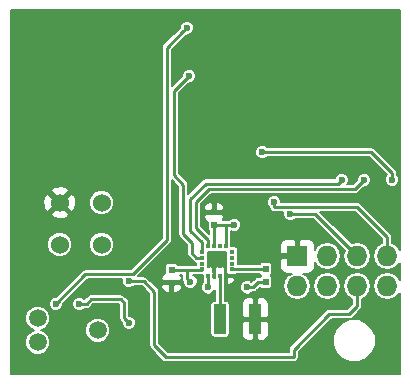
<source format=gbl>
G04 #@! TF.FileFunction,Copper,L2,Bot,Signal*
%FSLAX46Y46*%
G04 Gerber Fmt 4.6, Leading zero omitted, Abs format (unit mm)*
G04 Created by KiCad (PCBNEW 4.0.2-stable) date Wed 04 May 2016 01:37:53 PM EDT*
%MOMM*%
G01*
G04 APERTURE LIST*
%ADD10C,0.100000*%
%ADD11R,0.500000X0.600000*%
%ADD12R,1.000000X2.500000*%
%ADD13C,1.524000*%
%ADD14C,1.500000*%
%ADD15R,0.300000X0.450000*%
%ADD16R,0.450000X0.300000*%
%ADD17R,1.727200X1.727200*%
%ADD18O,1.727200X1.727200*%
%ADD19C,0.600000*%
%ADD20C,0.250000*%
%ADD21C,0.200000*%
G04 APERTURE END LIST*
D10*
D11*
X133300000Y-71350000D03*
X133300000Y-70250000D03*
X129700000Y-75100000D03*
X129700000Y-76200000D03*
D12*
X133800000Y-79300000D03*
X136800000Y-79300000D03*
D11*
X137675000Y-76150000D03*
X137675000Y-75050000D03*
D13*
X123767800Y-69432200D03*
X120232200Y-69432200D03*
X120232200Y-72967800D03*
X123767800Y-72967800D03*
D14*
X118360000Y-81251000D03*
X118360000Y-79219000D03*
X123440000Y-80235000D03*
D15*
X133800000Y-75600000D03*
X133300000Y-75600000D03*
X134300000Y-75600000D03*
X132800000Y-75600000D03*
X134300000Y-73050000D03*
X133800000Y-73050000D03*
X133300000Y-73050000D03*
X132800000Y-73050000D03*
D16*
X132275000Y-74575000D03*
X132275000Y-74075000D03*
X132275000Y-73575000D03*
X132275000Y-75075000D03*
X134825000Y-74075000D03*
X134825000Y-74575000D03*
X134825000Y-73575000D03*
X134825000Y-75075000D03*
D17*
X140345000Y-73950000D03*
D18*
X140345000Y-76490000D03*
X142885000Y-73950000D03*
X142885000Y-76490000D03*
X145425000Y-73950000D03*
X145425000Y-76490000D03*
X147965000Y-73950000D03*
X147965000Y-76490000D03*
D19*
X119630000Y-82270000D03*
X127000000Y-55600000D03*
X128425020Y-62000000D03*
X128425013Y-63602789D03*
X143200000Y-62800000D03*
X124225000Y-64575000D03*
X119575000Y-64675000D03*
X131300000Y-76100000D03*
X135000000Y-71300000D03*
X136100000Y-76600000D03*
X132800000Y-76600000D03*
X126075000Y-76075000D03*
X138400000Y-69375000D03*
X139735560Y-70384284D03*
X126100000Y-79600000D03*
X121900000Y-78000000D03*
X144100000Y-67500000D03*
X146000000Y-67500000D03*
X131000000Y-54600000D03*
X119900000Y-78000000D03*
X131200000Y-58700000D03*
X148375000Y-67475000D03*
X137375000Y-65150000D03*
D20*
X131000000Y-75800000D02*
X131300000Y-76100000D01*
X131000000Y-75100000D02*
X132250000Y-75100000D01*
X129700000Y-75100000D02*
X131000000Y-75100000D01*
X131000000Y-75100000D02*
X131000000Y-75800000D01*
X133850000Y-71300000D02*
X134300000Y-71300000D01*
X134300000Y-71300000D02*
X135000000Y-71300000D01*
X134300000Y-72575000D02*
X134300000Y-71300000D01*
X134300000Y-73050000D02*
X134300000Y-72575000D01*
X133300000Y-71350000D02*
X133800000Y-71350000D01*
X133800000Y-71350000D02*
X133850000Y-71300000D01*
X132250000Y-75100000D02*
X132275000Y-75075000D01*
X133300000Y-73050000D02*
X133300000Y-71350000D01*
X133800000Y-79300000D02*
X133800000Y-75600000D01*
X136575000Y-76600000D02*
X137025000Y-76150000D01*
X137025000Y-76150000D02*
X137675000Y-76150000D01*
X136100000Y-76600000D02*
X136575000Y-76600000D01*
X132800000Y-76075000D02*
X132800000Y-76600000D01*
X132800000Y-75600000D02*
X132800000Y-76075000D01*
X134825000Y-75075000D02*
X137650000Y-75075000D01*
X137650000Y-75075000D02*
X137675000Y-75050000D01*
X144725000Y-78850000D02*
X145425000Y-78150000D01*
X145425000Y-78150000D02*
X145425000Y-76490000D01*
X143065000Y-78850000D02*
X144725000Y-78850000D01*
X140025000Y-82500000D02*
X140025000Y-81890000D01*
X140025000Y-81890000D02*
X143065000Y-78850000D01*
X129225000Y-82500000D02*
X140025000Y-82500000D01*
X128225000Y-81500000D02*
X129225000Y-82500000D01*
X128225000Y-76950000D02*
X128225000Y-81500000D01*
X127350000Y-76075000D02*
X128225000Y-76950000D01*
X126075000Y-76075000D02*
X127350000Y-76075000D01*
X145399264Y-69799264D02*
X147965000Y-72365000D01*
X147965000Y-72365000D02*
X147965000Y-73950000D01*
X138400000Y-69799264D02*
X145399264Y-69799264D01*
X138400000Y-69375000D02*
X138400000Y-69799264D01*
X141859284Y-70384284D02*
X140159824Y-70384284D01*
X145425000Y-73950000D02*
X141859284Y-70384284D01*
X140159824Y-70384284D02*
X139735560Y-70384284D01*
X125700000Y-79200000D02*
X126100000Y-79600000D01*
X125700000Y-77900000D02*
X125700000Y-79200000D01*
X125400000Y-77600000D02*
X125700000Y-77900000D01*
X122900000Y-77600000D02*
X125400000Y-77600000D01*
X122500000Y-78000000D02*
X122900000Y-77600000D01*
X121900000Y-78000000D02*
X122500000Y-78000000D01*
X132600000Y-67800000D02*
X143800001Y-67799999D01*
X143800001Y-67799999D02*
X144100000Y-67500000D01*
X131300000Y-69100000D02*
X132600000Y-67800000D01*
X131300000Y-71800000D02*
X131300000Y-69100000D01*
X132275000Y-72775000D02*
X131300000Y-71800000D01*
X132275000Y-73575000D02*
X132275000Y-72775000D01*
X132900000Y-68300000D02*
X145200000Y-68300000D01*
X131800000Y-71575000D02*
X131800000Y-69400000D01*
X131800000Y-69400000D02*
X132900000Y-68300000D01*
X132800000Y-73050000D02*
X132800000Y-72575000D01*
X132800000Y-72575000D02*
X131800000Y-71575000D01*
X145200000Y-68300000D02*
X146000000Y-67500000D01*
X129300000Y-56300000D02*
X130700001Y-54899999D01*
X129300000Y-72600000D02*
X129300000Y-56300000D01*
X126410001Y-75489999D02*
X129300000Y-72600000D01*
X122410001Y-75489999D02*
X126410001Y-75489999D01*
X130700001Y-54899999D02*
X131000000Y-54600000D01*
X119900000Y-78000000D02*
X122410001Y-75489999D01*
X129900000Y-60000000D02*
X131200000Y-58700000D01*
X129900000Y-67100000D02*
X129900000Y-60000000D01*
X130700000Y-67900000D02*
X129900000Y-67100000D01*
X130700000Y-72100000D02*
X130700000Y-67900000D01*
X131400000Y-72800000D02*
X130700000Y-72100000D01*
X131400000Y-73675000D02*
X131400000Y-72800000D01*
X132275000Y-74075000D02*
X131800000Y-74075000D01*
X131800000Y-74075000D02*
X131400000Y-73675000D01*
X146600000Y-65150000D02*
X148375000Y-66925000D01*
X148375000Y-66925000D02*
X148375000Y-67475000D01*
X137375000Y-65150000D02*
X146600000Y-65150000D01*
D21*
G36*
X149000000Y-73410690D02*
X148810585Y-73127211D01*
X148433086Y-72874974D01*
X148390000Y-72866404D01*
X148390000Y-72365000D01*
X148369640Y-72262641D01*
X148357649Y-72202359D01*
X148265521Y-72064480D01*
X145699784Y-69498744D01*
X145561905Y-69406615D01*
X145528648Y-69400000D01*
X145399264Y-69374264D01*
X139000001Y-69374264D01*
X139000104Y-69256176D01*
X138908952Y-69035571D01*
X138740317Y-68866641D01*
X138519871Y-68775104D01*
X138281176Y-68774896D01*
X138060571Y-68866048D01*
X137891641Y-69034683D01*
X137800104Y-69255129D01*
X137799896Y-69493824D01*
X137891048Y-69714429D01*
X137975000Y-69798528D01*
X137975000Y-69799264D01*
X138007351Y-69961904D01*
X138099480Y-70099784D01*
X138237360Y-70191913D01*
X138400000Y-70224264D01*
X139152335Y-70224264D01*
X139135664Y-70264413D01*
X139135456Y-70503108D01*
X139226608Y-70723713D01*
X139395243Y-70892643D01*
X139615689Y-70984180D01*
X139854384Y-70984388D01*
X140074989Y-70893236D01*
X140159088Y-70809284D01*
X141683244Y-70809284D01*
X144347803Y-73473843D01*
X144327178Y-73504710D01*
X144238604Y-73950000D01*
X144327178Y-74395290D01*
X144579415Y-74772789D01*
X144956914Y-75025026D01*
X145402204Y-75113600D01*
X145447796Y-75113600D01*
X145893086Y-75025026D01*
X146270585Y-74772789D01*
X146522822Y-74395290D01*
X146611396Y-73950000D01*
X146522822Y-73504710D01*
X146270585Y-73127211D01*
X145893086Y-72874974D01*
X145447796Y-72786400D01*
X145402204Y-72786400D01*
X144956914Y-72874974D01*
X144953377Y-72877337D01*
X142300304Y-70224264D01*
X145223224Y-70224264D01*
X147540000Y-72541041D01*
X147540000Y-72866404D01*
X147496914Y-72874974D01*
X147119415Y-73127211D01*
X146867178Y-73504710D01*
X146778604Y-73950000D01*
X146867178Y-74395290D01*
X147119415Y-74772789D01*
X147496914Y-75025026D01*
X147942204Y-75113600D01*
X147987796Y-75113600D01*
X148433086Y-75025026D01*
X148810585Y-74772789D01*
X149000000Y-74489310D01*
X149000000Y-75950690D01*
X148810585Y-75667211D01*
X148433086Y-75414974D01*
X147987796Y-75326400D01*
X147942204Y-75326400D01*
X147496914Y-75414974D01*
X147119415Y-75667211D01*
X146867178Y-76044710D01*
X146778604Y-76490000D01*
X146867178Y-76935290D01*
X147119415Y-77312789D01*
X147496914Y-77565026D01*
X147942204Y-77653600D01*
X147987796Y-77653600D01*
X148433086Y-77565026D01*
X148810585Y-77312789D01*
X149000000Y-77029310D01*
X149000000Y-83900000D01*
X116100000Y-83900000D01*
X116100000Y-79426942D01*
X117309818Y-79426942D01*
X117469334Y-79813000D01*
X117764446Y-80108628D01*
X118069057Y-80235113D01*
X117766000Y-80360334D01*
X117470372Y-80655446D01*
X117310182Y-81041226D01*
X117309818Y-81458942D01*
X117469334Y-81845000D01*
X117764446Y-82140628D01*
X118150226Y-82300818D01*
X118567942Y-82301182D01*
X118954000Y-82141666D01*
X119249628Y-81846554D01*
X119409818Y-81460774D01*
X119410182Y-81043058D01*
X119250666Y-80657000D01*
X119036982Y-80442942D01*
X122389818Y-80442942D01*
X122549334Y-80829000D01*
X122844446Y-81124628D01*
X123230226Y-81284818D01*
X123647942Y-81285182D01*
X124034000Y-81125666D01*
X124329628Y-80830554D01*
X124489818Y-80444774D01*
X124490182Y-80027058D01*
X124330666Y-79641000D01*
X124035554Y-79345372D01*
X123649774Y-79185182D01*
X123232058Y-79184818D01*
X122846000Y-79344334D01*
X122550372Y-79639446D01*
X122390182Y-80025226D01*
X122389818Y-80442942D01*
X119036982Y-80442942D01*
X118955554Y-80361372D01*
X118650943Y-80234887D01*
X118954000Y-80109666D01*
X119249628Y-79814554D01*
X119409818Y-79428774D01*
X119410182Y-79011058D01*
X119250666Y-78625000D01*
X118955554Y-78329372D01*
X118569774Y-78169182D01*
X118152058Y-78168818D01*
X117766000Y-78328334D01*
X117470372Y-78623446D01*
X117310182Y-79009226D01*
X117309818Y-79426942D01*
X116100000Y-79426942D01*
X116100000Y-78118824D01*
X119299896Y-78118824D01*
X119391048Y-78339429D01*
X119559683Y-78508359D01*
X119780129Y-78599896D01*
X120018824Y-78600104D01*
X120239429Y-78508952D01*
X120408359Y-78340317D01*
X120499896Y-78119871D01*
X120499896Y-78118824D01*
X121299896Y-78118824D01*
X121391048Y-78339429D01*
X121559683Y-78508359D01*
X121780129Y-78599896D01*
X122018824Y-78600104D01*
X122239429Y-78508952D01*
X122323528Y-78425000D01*
X122500000Y-78425000D01*
X122635657Y-78398016D01*
X122662641Y-78392649D01*
X122800520Y-78300520D01*
X123076041Y-78025000D01*
X125223960Y-78025000D01*
X125275000Y-78076040D01*
X125275000Y-79200000D01*
X125301984Y-79335657D01*
X125307351Y-79362641D01*
X125399480Y-79500520D01*
X125499999Y-79601039D01*
X125499896Y-79718824D01*
X125591048Y-79939429D01*
X125759683Y-80108359D01*
X125980129Y-80199896D01*
X126218824Y-80200104D01*
X126439429Y-80108952D01*
X126608359Y-79940317D01*
X126699896Y-79719871D01*
X126700104Y-79481176D01*
X126608952Y-79260571D01*
X126440317Y-79091641D01*
X126219871Y-79000104D01*
X126125000Y-79000021D01*
X126125000Y-77900000D01*
X126097678Y-77762641D01*
X126092649Y-77737359D01*
X126000520Y-77599480D01*
X125700520Y-77299480D01*
X125562641Y-77207351D01*
X125535657Y-77201984D01*
X125400000Y-77175000D01*
X122900000Y-77175000D01*
X122737360Y-77207351D01*
X122737358Y-77207352D01*
X122737359Y-77207352D01*
X122599479Y-77299480D01*
X122323960Y-77575000D01*
X122323530Y-77575000D01*
X122240317Y-77491641D01*
X122019871Y-77400104D01*
X121781176Y-77399896D01*
X121560571Y-77491048D01*
X121391641Y-77659683D01*
X121300104Y-77880129D01*
X121299896Y-78118824D01*
X120499896Y-78118824D01*
X120500000Y-78001041D01*
X122586042Y-75914999D01*
X125491767Y-75914999D01*
X125475104Y-75955129D01*
X125474896Y-76193824D01*
X125566048Y-76414429D01*
X125734683Y-76583359D01*
X125955129Y-76674896D01*
X126193824Y-76675104D01*
X126414429Y-76583952D01*
X126498528Y-76500000D01*
X127173960Y-76500000D01*
X127800000Y-77126040D01*
X127800000Y-81500000D01*
X127817799Y-81589480D01*
X127832351Y-81662641D01*
X127924480Y-81800520D01*
X128924480Y-82800521D01*
X129062359Y-82892649D01*
X129225000Y-82925000D01*
X140025000Y-82925000D01*
X140187640Y-82892649D01*
X140325520Y-82800520D01*
X140417649Y-82662640D01*
X140450000Y-82500000D01*
X140450000Y-82066040D01*
X141059569Y-81456471D01*
X143374688Y-81456471D01*
X143648145Y-82118286D01*
X144154051Y-82625076D01*
X144815387Y-82899687D01*
X145531471Y-82900312D01*
X146193286Y-82626855D01*
X146700076Y-82120949D01*
X146974687Y-81459613D01*
X146975312Y-80743529D01*
X146701855Y-80081714D01*
X146195949Y-79574924D01*
X145534613Y-79300313D01*
X144818529Y-79299688D01*
X144156714Y-79573145D01*
X143649924Y-80079051D01*
X143375313Y-80740387D01*
X143374688Y-81456471D01*
X141059569Y-81456471D01*
X143241041Y-79275000D01*
X144725000Y-79275000D01*
X144860657Y-79248016D01*
X144887641Y-79242649D01*
X145025520Y-79150520D01*
X145725520Y-78450521D01*
X145806469Y-78329372D01*
X145817649Y-78312640D01*
X145850000Y-78150000D01*
X145850000Y-77573596D01*
X145893086Y-77565026D01*
X146270585Y-77312789D01*
X146522822Y-76935290D01*
X146611396Y-76490000D01*
X146522822Y-76044710D01*
X146270585Y-75667211D01*
X145893086Y-75414974D01*
X145447796Y-75326400D01*
X145402204Y-75326400D01*
X144956914Y-75414974D01*
X144579415Y-75667211D01*
X144327178Y-76044710D01*
X144238604Y-76490000D01*
X144327178Y-76935290D01*
X144579415Y-77312789D01*
X144956914Y-77565026D01*
X145000000Y-77573596D01*
X145000000Y-77973959D01*
X144548960Y-78425000D01*
X143065000Y-78425000D01*
X142902360Y-78457351D01*
X142902358Y-78457352D01*
X142902359Y-78457352D01*
X142764479Y-78549480D01*
X139724480Y-81589480D01*
X139632351Y-81727359D01*
X139632351Y-81727360D01*
X139600000Y-81890000D01*
X139600000Y-82075000D01*
X129401041Y-82075000D01*
X128650000Y-81323960D01*
X128650000Y-76950000D01*
X128617649Y-76787360D01*
X128617649Y-76787359D01*
X128525520Y-76649480D01*
X128378040Y-76502000D01*
X128842000Y-76502000D01*
X128842000Y-76620939D01*
X128934563Y-76844405D01*
X129105596Y-77015438D01*
X129329062Y-77108000D01*
X129423000Y-77108000D01*
X129575000Y-76956000D01*
X129575000Y-76350000D01*
X129825000Y-76350000D01*
X129825000Y-76956000D01*
X129977000Y-77108000D01*
X130070938Y-77108000D01*
X130294404Y-77015438D01*
X130465437Y-76844405D01*
X130558000Y-76620939D01*
X130558000Y-76502000D01*
X130406000Y-76350000D01*
X129825000Y-76350000D01*
X129575000Y-76350000D01*
X128994000Y-76350000D01*
X128842000Y-76502000D01*
X128378040Y-76502000D01*
X127650520Y-75774480D01*
X127512641Y-75682351D01*
X127485657Y-75676984D01*
X127350000Y-75650000D01*
X126851040Y-75650000D01*
X129600521Y-72900520D01*
X129692649Y-72762641D01*
X129725000Y-72600000D01*
X129725000Y-67526040D01*
X130275000Y-68076040D01*
X130275000Y-72100000D01*
X130299864Y-72225000D01*
X130307351Y-72262641D01*
X130399480Y-72400520D01*
X130975000Y-72976041D01*
X130975000Y-73675000D01*
X130984946Y-73725000D01*
X131007351Y-73837641D01*
X131099480Y-73975520D01*
X131499479Y-74375520D01*
X131591608Y-74437078D01*
X131637360Y-74467649D01*
X131744123Y-74488885D01*
X131744123Y-74675000D01*
X130226061Y-74675000D01*
X130169255Y-74586721D01*
X130069003Y-74518222D01*
X129950000Y-74494123D01*
X129450000Y-74494123D01*
X129338827Y-74515042D01*
X129236721Y-74580745D01*
X129168222Y-74680997D01*
X129144123Y-74800000D01*
X129144123Y-75368604D01*
X129105596Y-75384562D01*
X128934563Y-75555595D01*
X128842000Y-75779061D01*
X128842000Y-75898000D01*
X128994000Y-76050000D01*
X129575000Y-76050000D01*
X129575000Y-76026000D01*
X129825000Y-76026000D01*
X129825000Y-76050000D01*
X130406000Y-76050000D01*
X130558000Y-75898000D01*
X130558000Y-75779061D01*
X130465437Y-75555595D01*
X130434842Y-75525000D01*
X130575000Y-75525000D01*
X130575000Y-75800000D01*
X130597875Y-75914999D01*
X130607351Y-75962641D01*
X130699480Y-76100520D01*
X130699999Y-76101039D01*
X130699896Y-76218824D01*
X130791048Y-76439429D01*
X130959683Y-76608359D01*
X131180129Y-76699896D01*
X131418824Y-76700104D01*
X131639429Y-76608952D01*
X131808359Y-76440317D01*
X131899896Y-76219871D01*
X131900104Y-75981176D01*
X131808952Y-75760571D01*
X131640317Y-75591641D01*
X131479827Y-75525000D01*
X132020979Y-75525000D01*
X132050000Y-75530877D01*
X132344123Y-75530877D01*
X132344123Y-75825000D01*
X132365042Y-75936173D01*
X132375000Y-75951648D01*
X132375000Y-76176470D01*
X132291641Y-76259683D01*
X132200104Y-76480129D01*
X132199896Y-76718824D01*
X132291048Y-76939429D01*
X132459683Y-77108359D01*
X132680129Y-77199896D01*
X132918824Y-77200104D01*
X133139429Y-77108952D01*
X133308359Y-76940317D01*
X133375000Y-76779827D01*
X133375000Y-77744123D01*
X133300000Y-77744123D01*
X133188827Y-77765042D01*
X133086721Y-77830745D01*
X133018222Y-77930997D01*
X132994123Y-78050000D01*
X132994123Y-80550000D01*
X133015042Y-80661173D01*
X133080745Y-80763279D01*
X133180997Y-80831778D01*
X133300000Y-80855877D01*
X134300000Y-80855877D01*
X134411173Y-80834958D01*
X134513279Y-80769255D01*
X134581778Y-80669003D01*
X134605877Y-80550000D01*
X134605877Y-79606000D01*
X135692000Y-79606000D01*
X135692000Y-80670938D01*
X135784562Y-80894404D01*
X135955595Y-81065437D01*
X136179061Y-81158000D01*
X136494000Y-81158000D01*
X136646000Y-81006000D01*
X136646000Y-79454000D01*
X136954000Y-79454000D01*
X136954000Y-81006000D01*
X137106000Y-81158000D01*
X137420939Y-81158000D01*
X137644405Y-81065437D01*
X137815438Y-80894404D01*
X137908000Y-80670938D01*
X137908000Y-79606000D01*
X137756000Y-79454000D01*
X136954000Y-79454000D01*
X136646000Y-79454000D01*
X135844000Y-79454000D01*
X135692000Y-79606000D01*
X134605877Y-79606000D01*
X134605877Y-78050000D01*
X134584958Y-77938827D01*
X134578675Y-77929062D01*
X135692000Y-77929062D01*
X135692000Y-78994000D01*
X135844000Y-79146000D01*
X136646000Y-79146000D01*
X136646000Y-77594000D01*
X136954000Y-77594000D01*
X136954000Y-79146000D01*
X137756000Y-79146000D01*
X137908000Y-78994000D01*
X137908000Y-77929062D01*
X137815438Y-77705596D01*
X137644405Y-77534563D01*
X137420939Y-77442000D01*
X137106000Y-77442000D01*
X136954000Y-77594000D01*
X136646000Y-77594000D01*
X136494000Y-77442000D01*
X136179061Y-77442000D01*
X135955595Y-77534563D01*
X135784562Y-77705596D01*
X135692000Y-77929062D01*
X134578675Y-77929062D01*
X134519255Y-77836721D01*
X134419003Y-77768222D01*
X134300000Y-77744123D01*
X134225000Y-77744123D01*
X134225000Y-75953923D01*
X134231778Y-75944003D01*
X134255877Y-75825000D01*
X134255877Y-75712500D01*
X134375000Y-75712500D01*
X134375000Y-76281000D01*
X134527000Y-76433000D01*
X134570938Y-76433000D01*
X134794404Y-76340438D01*
X134965437Y-76169405D01*
X135058000Y-75945939D01*
X135058000Y-75864500D01*
X134906000Y-75712500D01*
X134375000Y-75712500D01*
X134255877Y-75712500D01*
X134255877Y-75375000D01*
X134234958Y-75263827D01*
X134225000Y-75248352D01*
X134225000Y-74919000D01*
X134073000Y-74767000D01*
X134029062Y-74767000D01*
X133805596Y-74859562D01*
X133800000Y-74865158D01*
X133794404Y-74859562D01*
X133570938Y-74767000D01*
X133527000Y-74767000D01*
X133375000Y-74919000D01*
X133375000Y-75246077D01*
X133368222Y-75255997D01*
X133344123Y-75375000D01*
X133344123Y-75774000D01*
X133255877Y-75774000D01*
X133255877Y-75375000D01*
X133234958Y-75263827D01*
X133225000Y-75248352D01*
X133225000Y-74919000D01*
X133073000Y-74767000D01*
X133029062Y-74767000D01*
X132805596Y-74859562D01*
X132795469Y-74869689D01*
X132786370Y-74821329D01*
X132805877Y-74725000D01*
X132805877Y-74425000D01*
X132786370Y-74321329D01*
X132805877Y-74225000D01*
X132805877Y-73925000D01*
X132786370Y-73821329D01*
X132805877Y-73725000D01*
X132805877Y-73580877D01*
X132950000Y-73580877D01*
X133053671Y-73561370D01*
X133150000Y-73580877D01*
X133450000Y-73580877D01*
X133553671Y-73561370D01*
X133650000Y-73580877D01*
X133950000Y-73580877D01*
X134053671Y-73561370D01*
X134150000Y-73580877D01*
X134294123Y-73580877D01*
X134294123Y-73725000D01*
X134313630Y-73828671D01*
X134294123Y-73925000D01*
X134294123Y-74225000D01*
X134313630Y-74328671D01*
X134294123Y-74425000D01*
X134294123Y-74725000D01*
X134313630Y-74828671D01*
X134294123Y-74925000D01*
X134294123Y-75225000D01*
X134315042Y-75336173D01*
X134375000Y-75429351D01*
X134375000Y-75487500D01*
X134452783Y-75487500D01*
X134480997Y-75506778D01*
X134600000Y-75530877D01*
X135050000Y-75530877D01*
X135161173Y-75509958D01*
X135176648Y-75500000D01*
X137165026Y-75500000D01*
X137205745Y-75563279D01*
X137259494Y-75600004D01*
X137211721Y-75630745D01*
X137147320Y-75725000D01*
X137025000Y-75725000D01*
X136889343Y-75751984D01*
X136862359Y-75757351D01*
X136724480Y-75849480D01*
X136461300Y-76112660D01*
X136440317Y-76091641D01*
X136219871Y-76000104D01*
X135981176Y-75999896D01*
X135760571Y-76091048D01*
X135591641Y-76259683D01*
X135500104Y-76480129D01*
X135499896Y-76718824D01*
X135591048Y-76939429D01*
X135759683Y-77108359D01*
X135980129Y-77199896D01*
X136218824Y-77200104D01*
X136439429Y-77108952D01*
X136523528Y-77025000D01*
X136575000Y-77025000D01*
X136710657Y-76998016D01*
X136737641Y-76992649D01*
X136875520Y-76900520D01*
X137169339Y-76606701D01*
X137205745Y-76663279D01*
X137305997Y-76731778D01*
X137425000Y-76755877D01*
X137925000Y-76755877D01*
X138036173Y-76734958D01*
X138138279Y-76669255D01*
X138206778Y-76569003D01*
X138230877Y-76450000D01*
X138230877Y-75850000D01*
X138209958Y-75738827D01*
X138144255Y-75636721D01*
X138090506Y-75599996D01*
X138138279Y-75569255D01*
X138206778Y-75469003D01*
X138230877Y-75350000D01*
X138230877Y-74750000D01*
X138209958Y-74638827D01*
X138144255Y-74536721D01*
X138044003Y-74468222D01*
X137925000Y-74444123D01*
X137425000Y-74444123D01*
X137313827Y-74465042D01*
X137211721Y-74530745D01*
X137143222Y-74630997D01*
X137139374Y-74650000D01*
X135355877Y-74650000D01*
X135355877Y-74425000D01*
X135336370Y-74321329D01*
X135349599Y-74256000D01*
X138873400Y-74256000D01*
X138873400Y-74934538D01*
X138965962Y-75158004D01*
X139136995Y-75329037D01*
X139360461Y-75421600D01*
X139866997Y-75421600D01*
X139499415Y-75667211D01*
X139247178Y-76044710D01*
X139158604Y-76490000D01*
X139247178Y-76935290D01*
X139499415Y-77312789D01*
X139876914Y-77565026D01*
X140322204Y-77653600D01*
X140367796Y-77653600D01*
X140813086Y-77565026D01*
X141190585Y-77312789D01*
X141442822Y-76935290D01*
X141531396Y-76490000D01*
X141698604Y-76490000D01*
X141787178Y-76935290D01*
X142039415Y-77312789D01*
X142416914Y-77565026D01*
X142862204Y-77653600D01*
X142907796Y-77653600D01*
X143353086Y-77565026D01*
X143730585Y-77312789D01*
X143982822Y-76935290D01*
X144071396Y-76490000D01*
X143982822Y-76044710D01*
X143730585Y-75667211D01*
X143353086Y-75414974D01*
X142907796Y-75326400D01*
X142862204Y-75326400D01*
X142416914Y-75414974D01*
X142039415Y-75667211D01*
X141787178Y-76044710D01*
X141698604Y-76490000D01*
X141531396Y-76490000D01*
X141442822Y-76044710D01*
X141190585Y-75667211D01*
X140823003Y-75421600D01*
X141329539Y-75421600D01*
X141553005Y-75329037D01*
X141724038Y-75158004D01*
X141816600Y-74934538D01*
X141816600Y-74439323D01*
X142039415Y-74772789D01*
X142416914Y-75025026D01*
X142862204Y-75113600D01*
X142907796Y-75113600D01*
X143353086Y-75025026D01*
X143730585Y-74772789D01*
X143982822Y-74395290D01*
X144071396Y-73950000D01*
X143982822Y-73504710D01*
X143730585Y-73127211D01*
X143353086Y-72874974D01*
X142907796Y-72786400D01*
X142862204Y-72786400D01*
X142416914Y-72874974D01*
X142039415Y-73127211D01*
X141816600Y-73460677D01*
X141816600Y-72965462D01*
X141724038Y-72741996D01*
X141553005Y-72570963D01*
X141329539Y-72478400D01*
X140651000Y-72478400D01*
X140499000Y-72630400D01*
X140499000Y-73796000D01*
X140519000Y-73796000D01*
X140519000Y-74104000D01*
X140499000Y-74104000D01*
X140499000Y-74124000D01*
X140191000Y-74124000D01*
X140191000Y-74104000D01*
X139025400Y-74104000D01*
X138873400Y-74256000D01*
X135349599Y-74256000D01*
X135355877Y-74225000D01*
X135355877Y-73925000D01*
X135336370Y-73821329D01*
X135355877Y-73725000D01*
X135355877Y-73425000D01*
X135334958Y-73313827D01*
X135269255Y-73211721D01*
X135169003Y-73143222D01*
X135050000Y-73119123D01*
X134755877Y-73119123D01*
X134755877Y-72965462D01*
X138873400Y-72965462D01*
X138873400Y-73644000D01*
X139025400Y-73796000D01*
X140191000Y-73796000D01*
X140191000Y-72630400D01*
X140039000Y-72478400D01*
X139360461Y-72478400D01*
X139136995Y-72570963D01*
X138965962Y-72741996D01*
X138873400Y-72965462D01*
X134755877Y-72965462D01*
X134755877Y-72825000D01*
X134734958Y-72713827D01*
X134725000Y-72698352D01*
X134725000Y-71835481D01*
X134880129Y-71899896D01*
X135118824Y-71900104D01*
X135339429Y-71808952D01*
X135508359Y-71640317D01*
X135599896Y-71419871D01*
X135600104Y-71181176D01*
X135508952Y-70960571D01*
X135340317Y-70791641D01*
X135119871Y-70700104D01*
X134881176Y-70699896D01*
X134660571Y-70791048D01*
X134576472Y-70875000D01*
X134073475Y-70875000D01*
X134158000Y-70670939D01*
X134158000Y-70552000D01*
X134006000Y-70400000D01*
X133425000Y-70400000D01*
X133425000Y-70424000D01*
X133175000Y-70424000D01*
X133175000Y-70400000D01*
X132594000Y-70400000D01*
X132442000Y-70552000D01*
X132442000Y-70670939D01*
X132534563Y-70894405D01*
X132705596Y-71065438D01*
X132744123Y-71081396D01*
X132744123Y-71650000D01*
X132765042Y-71761173D01*
X132830745Y-71863279D01*
X132875000Y-71893517D01*
X132875000Y-72048959D01*
X132225000Y-71398960D01*
X132225000Y-69829061D01*
X132442000Y-69829061D01*
X132442000Y-69948000D01*
X132594000Y-70100000D01*
X133175000Y-70100000D01*
X133175000Y-69494000D01*
X133425000Y-69494000D01*
X133425000Y-70100000D01*
X134006000Y-70100000D01*
X134158000Y-69948000D01*
X134158000Y-69829061D01*
X134065437Y-69605595D01*
X133894404Y-69434562D01*
X133670938Y-69342000D01*
X133577000Y-69342000D01*
X133425000Y-69494000D01*
X133175000Y-69494000D01*
X133023000Y-69342000D01*
X132929062Y-69342000D01*
X132705596Y-69434562D01*
X132534563Y-69605595D01*
X132442000Y-69829061D01*
X132225000Y-69829061D01*
X132225000Y-69576040D01*
X133076040Y-68725000D01*
X145200000Y-68725000D01*
X145335657Y-68698016D01*
X145362641Y-68692649D01*
X145500520Y-68600520D01*
X146001039Y-68100001D01*
X146118824Y-68100104D01*
X146339429Y-68008952D01*
X146508359Y-67840317D01*
X146599896Y-67619871D01*
X146600104Y-67381176D01*
X146508952Y-67160571D01*
X146340317Y-66991641D01*
X146119871Y-66900104D01*
X145881176Y-66899896D01*
X145660571Y-66991048D01*
X145491641Y-67159683D01*
X145400104Y-67380129D01*
X145400000Y-67498960D01*
X145023960Y-67875000D01*
X144573615Y-67875000D01*
X144608359Y-67840317D01*
X144699896Y-67619871D01*
X144700104Y-67381176D01*
X144608952Y-67160571D01*
X144440317Y-66991641D01*
X144219871Y-66900104D01*
X143981176Y-66899896D01*
X143760571Y-66991048D01*
X143591641Y-67159683D01*
X143502234Y-67374999D01*
X132600000Y-67375000D01*
X132437359Y-67407351D01*
X132299480Y-67499479D01*
X131125000Y-68673960D01*
X131125000Y-67900000D01*
X131105109Y-67799999D01*
X131092649Y-67737359D01*
X131000520Y-67599480D01*
X130325000Y-66923960D01*
X130325000Y-65268824D01*
X136774896Y-65268824D01*
X136866048Y-65489429D01*
X137034683Y-65658359D01*
X137255129Y-65749896D01*
X137493824Y-65750104D01*
X137714429Y-65658952D01*
X137798528Y-65575000D01*
X146423960Y-65575000D01*
X147925193Y-67076233D01*
X147866641Y-67134683D01*
X147775104Y-67355129D01*
X147774896Y-67593824D01*
X147866048Y-67814429D01*
X148034683Y-67983359D01*
X148255129Y-68074896D01*
X148493824Y-68075104D01*
X148714429Y-67983952D01*
X148883359Y-67815317D01*
X148974896Y-67594871D01*
X148975104Y-67356176D01*
X148883952Y-67135571D01*
X148800000Y-67051472D01*
X148800000Y-66925000D01*
X148767649Y-66762360D01*
X148767649Y-66762359D01*
X148675520Y-66624480D01*
X146900520Y-64849480D01*
X146762641Y-64757351D01*
X146735657Y-64751984D01*
X146600000Y-64725000D01*
X137798530Y-64725000D01*
X137715317Y-64641641D01*
X137494871Y-64550104D01*
X137256176Y-64549896D01*
X137035571Y-64641048D01*
X136866641Y-64809683D01*
X136775104Y-65030129D01*
X136774896Y-65268824D01*
X130325000Y-65268824D01*
X130325000Y-60176040D01*
X131201039Y-59300001D01*
X131318824Y-59300104D01*
X131539429Y-59208952D01*
X131708359Y-59040317D01*
X131799896Y-58819871D01*
X131800104Y-58581176D01*
X131708952Y-58360571D01*
X131540317Y-58191641D01*
X131319871Y-58100104D01*
X131081176Y-58099896D01*
X130860571Y-58191048D01*
X130691641Y-58359683D01*
X130600104Y-58580129D01*
X130600000Y-58698959D01*
X129725000Y-59573960D01*
X129725000Y-56476040D01*
X131000521Y-55200520D01*
X131000523Y-55200517D01*
X131001039Y-55200001D01*
X131118824Y-55200104D01*
X131339429Y-55108952D01*
X131508359Y-54940317D01*
X131599896Y-54719871D01*
X131600104Y-54481176D01*
X131508952Y-54260571D01*
X131340317Y-54091641D01*
X131119871Y-54000104D01*
X130881176Y-53999896D01*
X130660571Y-54091048D01*
X130491641Y-54259683D01*
X130400104Y-54480129D01*
X130400000Y-54598960D01*
X130399483Y-54599477D01*
X130399480Y-54599479D01*
X128999480Y-55999480D01*
X128907351Y-56137359D01*
X128907351Y-56137360D01*
X128875000Y-56300000D01*
X128875000Y-72423959D01*
X126233961Y-75064999D01*
X122410001Y-75064999D01*
X122247361Y-75097350D01*
X122201609Y-75127921D01*
X122109480Y-75189479D01*
X119898961Y-77399999D01*
X119781176Y-77399896D01*
X119560571Y-77491048D01*
X119391641Y-77659683D01*
X119300104Y-77880129D01*
X119299896Y-78118824D01*
X116100000Y-78118824D01*
X116100000Y-73178118D01*
X119170016Y-73178118D01*
X119331355Y-73568589D01*
X119629840Y-73867595D01*
X120020028Y-74029615D01*
X120442518Y-74029984D01*
X120832989Y-73868645D01*
X121131995Y-73570160D01*
X121294015Y-73179972D01*
X121294016Y-73178118D01*
X122705616Y-73178118D01*
X122866955Y-73568589D01*
X123165440Y-73867595D01*
X123555628Y-74029615D01*
X123978118Y-74029984D01*
X124368589Y-73868645D01*
X124667595Y-73570160D01*
X124829615Y-73179972D01*
X124829984Y-72757482D01*
X124668645Y-72367011D01*
X124370160Y-72068005D01*
X123979972Y-71905985D01*
X123557482Y-71905616D01*
X123167011Y-72066955D01*
X122868005Y-72365440D01*
X122705985Y-72755628D01*
X122705616Y-73178118D01*
X121294016Y-73178118D01*
X121294384Y-72757482D01*
X121133045Y-72367011D01*
X120834560Y-72068005D01*
X120444372Y-71905985D01*
X120021882Y-71905616D01*
X119631411Y-72066955D01*
X119332405Y-72365440D01*
X119170385Y-72755628D01*
X119170016Y-73178118D01*
X116100000Y-73178118D01*
X116100000Y-70414568D01*
X119467621Y-70414568D01*
X119540751Y-70645898D01*
X120057847Y-70818117D01*
X120601487Y-70779342D01*
X120923649Y-70645898D01*
X120996779Y-70414568D01*
X120232200Y-69649989D01*
X119467621Y-70414568D01*
X116100000Y-70414568D01*
X116100000Y-69257847D01*
X118846283Y-69257847D01*
X118885058Y-69801487D01*
X119018502Y-70123649D01*
X119249832Y-70196779D01*
X120014411Y-69432200D01*
X120449989Y-69432200D01*
X121214568Y-70196779D01*
X121445898Y-70123649D01*
X121606138Y-69642518D01*
X122705616Y-69642518D01*
X122866955Y-70032989D01*
X123165440Y-70331995D01*
X123555628Y-70494015D01*
X123978118Y-70494384D01*
X124368589Y-70333045D01*
X124667595Y-70034560D01*
X124829615Y-69644372D01*
X124829984Y-69221882D01*
X124668645Y-68831411D01*
X124370160Y-68532405D01*
X123979972Y-68370385D01*
X123557482Y-68370016D01*
X123167011Y-68531355D01*
X122868005Y-68829840D01*
X122705985Y-69220028D01*
X122705616Y-69642518D01*
X121606138Y-69642518D01*
X121618117Y-69606553D01*
X121579342Y-69062913D01*
X121445898Y-68740751D01*
X121214568Y-68667621D01*
X120449989Y-69432200D01*
X120014411Y-69432200D01*
X119249832Y-68667621D01*
X119018502Y-68740751D01*
X118846283Y-69257847D01*
X116100000Y-69257847D01*
X116100000Y-68449832D01*
X119467621Y-68449832D01*
X120232200Y-69214411D01*
X120996779Y-68449832D01*
X120923649Y-68218502D01*
X120406553Y-68046283D01*
X119862913Y-68085058D01*
X119540751Y-68218502D01*
X119467621Y-68449832D01*
X116100000Y-68449832D01*
X116100000Y-53100000D01*
X149000000Y-53100000D01*
X149000000Y-73410690D01*
X149000000Y-73410690D01*
G37*
X149000000Y-73410690D02*
X148810585Y-73127211D01*
X148433086Y-72874974D01*
X148390000Y-72866404D01*
X148390000Y-72365000D01*
X148369640Y-72262641D01*
X148357649Y-72202359D01*
X148265521Y-72064480D01*
X145699784Y-69498744D01*
X145561905Y-69406615D01*
X145528648Y-69400000D01*
X145399264Y-69374264D01*
X139000001Y-69374264D01*
X139000104Y-69256176D01*
X138908952Y-69035571D01*
X138740317Y-68866641D01*
X138519871Y-68775104D01*
X138281176Y-68774896D01*
X138060571Y-68866048D01*
X137891641Y-69034683D01*
X137800104Y-69255129D01*
X137799896Y-69493824D01*
X137891048Y-69714429D01*
X137975000Y-69798528D01*
X137975000Y-69799264D01*
X138007351Y-69961904D01*
X138099480Y-70099784D01*
X138237360Y-70191913D01*
X138400000Y-70224264D01*
X139152335Y-70224264D01*
X139135664Y-70264413D01*
X139135456Y-70503108D01*
X139226608Y-70723713D01*
X139395243Y-70892643D01*
X139615689Y-70984180D01*
X139854384Y-70984388D01*
X140074989Y-70893236D01*
X140159088Y-70809284D01*
X141683244Y-70809284D01*
X144347803Y-73473843D01*
X144327178Y-73504710D01*
X144238604Y-73950000D01*
X144327178Y-74395290D01*
X144579415Y-74772789D01*
X144956914Y-75025026D01*
X145402204Y-75113600D01*
X145447796Y-75113600D01*
X145893086Y-75025026D01*
X146270585Y-74772789D01*
X146522822Y-74395290D01*
X146611396Y-73950000D01*
X146522822Y-73504710D01*
X146270585Y-73127211D01*
X145893086Y-72874974D01*
X145447796Y-72786400D01*
X145402204Y-72786400D01*
X144956914Y-72874974D01*
X144953377Y-72877337D01*
X142300304Y-70224264D01*
X145223224Y-70224264D01*
X147540000Y-72541041D01*
X147540000Y-72866404D01*
X147496914Y-72874974D01*
X147119415Y-73127211D01*
X146867178Y-73504710D01*
X146778604Y-73950000D01*
X146867178Y-74395290D01*
X147119415Y-74772789D01*
X147496914Y-75025026D01*
X147942204Y-75113600D01*
X147987796Y-75113600D01*
X148433086Y-75025026D01*
X148810585Y-74772789D01*
X149000000Y-74489310D01*
X149000000Y-75950690D01*
X148810585Y-75667211D01*
X148433086Y-75414974D01*
X147987796Y-75326400D01*
X147942204Y-75326400D01*
X147496914Y-75414974D01*
X147119415Y-75667211D01*
X146867178Y-76044710D01*
X146778604Y-76490000D01*
X146867178Y-76935290D01*
X147119415Y-77312789D01*
X147496914Y-77565026D01*
X147942204Y-77653600D01*
X147987796Y-77653600D01*
X148433086Y-77565026D01*
X148810585Y-77312789D01*
X149000000Y-77029310D01*
X149000000Y-83900000D01*
X116100000Y-83900000D01*
X116100000Y-79426942D01*
X117309818Y-79426942D01*
X117469334Y-79813000D01*
X117764446Y-80108628D01*
X118069057Y-80235113D01*
X117766000Y-80360334D01*
X117470372Y-80655446D01*
X117310182Y-81041226D01*
X117309818Y-81458942D01*
X117469334Y-81845000D01*
X117764446Y-82140628D01*
X118150226Y-82300818D01*
X118567942Y-82301182D01*
X118954000Y-82141666D01*
X119249628Y-81846554D01*
X119409818Y-81460774D01*
X119410182Y-81043058D01*
X119250666Y-80657000D01*
X119036982Y-80442942D01*
X122389818Y-80442942D01*
X122549334Y-80829000D01*
X122844446Y-81124628D01*
X123230226Y-81284818D01*
X123647942Y-81285182D01*
X124034000Y-81125666D01*
X124329628Y-80830554D01*
X124489818Y-80444774D01*
X124490182Y-80027058D01*
X124330666Y-79641000D01*
X124035554Y-79345372D01*
X123649774Y-79185182D01*
X123232058Y-79184818D01*
X122846000Y-79344334D01*
X122550372Y-79639446D01*
X122390182Y-80025226D01*
X122389818Y-80442942D01*
X119036982Y-80442942D01*
X118955554Y-80361372D01*
X118650943Y-80234887D01*
X118954000Y-80109666D01*
X119249628Y-79814554D01*
X119409818Y-79428774D01*
X119410182Y-79011058D01*
X119250666Y-78625000D01*
X118955554Y-78329372D01*
X118569774Y-78169182D01*
X118152058Y-78168818D01*
X117766000Y-78328334D01*
X117470372Y-78623446D01*
X117310182Y-79009226D01*
X117309818Y-79426942D01*
X116100000Y-79426942D01*
X116100000Y-78118824D01*
X119299896Y-78118824D01*
X119391048Y-78339429D01*
X119559683Y-78508359D01*
X119780129Y-78599896D01*
X120018824Y-78600104D01*
X120239429Y-78508952D01*
X120408359Y-78340317D01*
X120499896Y-78119871D01*
X120499896Y-78118824D01*
X121299896Y-78118824D01*
X121391048Y-78339429D01*
X121559683Y-78508359D01*
X121780129Y-78599896D01*
X122018824Y-78600104D01*
X122239429Y-78508952D01*
X122323528Y-78425000D01*
X122500000Y-78425000D01*
X122635657Y-78398016D01*
X122662641Y-78392649D01*
X122800520Y-78300520D01*
X123076041Y-78025000D01*
X125223960Y-78025000D01*
X125275000Y-78076040D01*
X125275000Y-79200000D01*
X125301984Y-79335657D01*
X125307351Y-79362641D01*
X125399480Y-79500520D01*
X125499999Y-79601039D01*
X125499896Y-79718824D01*
X125591048Y-79939429D01*
X125759683Y-80108359D01*
X125980129Y-80199896D01*
X126218824Y-80200104D01*
X126439429Y-80108952D01*
X126608359Y-79940317D01*
X126699896Y-79719871D01*
X126700104Y-79481176D01*
X126608952Y-79260571D01*
X126440317Y-79091641D01*
X126219871Y-79000104D01*
X126125000Y-79000021D01*
X126125000Y-77900000D01*
X126097678Y-77762641D01*
X126092649Y-77737359D01*
X126000520Y-77599480D01*
X125700520Y-77299480D01*
X125562641Y-77207351D01*
X125535657Y-77201984D01*
X125400000Y-77175000D01*
X122900000Y-77175000D01*
X122737360Y-77207351D01*
X122737358Y-77207352D01*
X122737359Y-77207352D01*
X122599479Y-77299480D01*
X122323960Y-77575000D01*
X122323530Y-77575000D01*
X122240317Y-77491641D01*
X122019871Y-77400104D01*
X121781176Y-77399896D01*
X121560571Y-77491048D01*
X121391641Y-77659683D01*
X121300104Y-77880129D01*
X121299896Y-78118824D01*
X120499896Y-78118824D01*
X120500000Y-78001041D01*
X122586042Y-75914999D01*
X125491767Y-75914999D01*
X125475104Y-75955129D01*
X125474896Y-76193824D01*
X125566048Y-76414429D01*
X125734683Y-76583359D01*
X125955129Y-76674896D01*
X126193824Y-76675104D01*
X126414429Y-76583952D01*
X126498528Y-76500000D01*
X127173960Y-76500000D01*
X127800000Y-77126040D01*
X127800000Y-81500000D01*
X127817799Y-81589480D01*
X127832351Y-81662641D01*
X127924480Y-81800520D01*
X128924480Y-82800521D01*
X129062359Y-82892649D01*
X129225000Y-82925000D01*
X140025000Y-82925000D01*
X140187640Y-82892649D01*
X140325520Y-82800520D01*
X140417649Y-82662640D01*
X140450000Y-82500000D01*
X140450000Y-82066040D01*
X141059569Y-81456471D01*
X143374688Y-81456471D01*
X143648145Y-82118286D01*
X144154051Y-82625076D01*
X144815387Y-82899687D01*
X145531471Y-82900312D01*
X146193286Y-82626855D01*
X146700076Y-82120949D01*
X146974687Y-81459613D01*
X146975312Y-80743529D01*
X146701855Y-80081714D01*
X146195949Y-79574924D01*
X145534613Y-79300313D01*
X144818529Y-79299688D01*
X144156714Y-79573145D01*
X143649924Y-80079051D01*
X143375313Y-80740387D01*
X143374688Y-81456471D01*
X141059569Y-81456471D01*
X143241041Y-79275000D01*
X144725000Y-79275000D01*
X144860657Y-79248016D01*
X144887641Y-79242649D01*
X145025520Y-79150520D01*
X145725520Y-78450521D01*
X145806469Y-78329372D01*
X145817649Y-78312640D01*
X145850000Y-78150000D01*
X145850000Y-77573596D01*
X145893086Y-77565026D01*
X146270585Y-77312789D01*
X146522822Y-76935290D01*
X146611396Y-76490000D01*
X146522822Y-76044710D01*
X146270585Y-75667211D01*
X145893086Y-75414974D01*
X145447796Y-75326400D01*
X145402204Y-75326400D01*
X144956914Y-75414974D01*
X144579415Y-75667211D01*
X144327178Y-76044710D01*
X144238604Y-76490000D01*
X144327178Y-76935290D01*
X144579415Y-77312789D01*
X144956914Y-77565026D01*
X145000000Y-77573596D01*
X145000000Y-77973959D01*
X144548960Y-78425000D01*
X143065000Y-78425000D01*
X142902360Y-78457351D01*
X142902358Y-78457352D01*
X142902359Y-78457352D01*
X142764479Y-78549480D01*
X139724480Y-81589480D01*
X139632351Y-81727359D01*
X139632351Y-81727360D01*
X139600000Y-81890000D01*
X139600000Y-82075000D01*
X129401041Y-82075000D01*
X128650000Y-81323960D01*
X128650000Y-76950000D01*
X128617649Y-76787360D01*
X128617649Y-76787359D01*
X128525520Y-76649480D01*
X128378040Y-76502000D01*
X128842000Y-76502000D01*
X128842000Y-76620939D01*
X128934563Y-76844405D01*
X129105596Y-77015438D01*
X129329062Y-77108000D01*
X129423000Y-77108000D01*
X129575000Y-76956000D01*
X129575000Y-76350000D01*
X129825000Y-76350000D01*
X129825000Y-76956000D01*
X129977000Y-77108000D01*
X130070938Y-77108000D01*
X130294404Y-77015438D01*
X130465437Y-76844405D01*
X130558000Y-76620939D01*
X130558000Y-76502000D01*
X130406000Y-76350000D01*
X129825000Y-76350000D01*
X129575000Y-76350000D01*
X128994000Y-76350000D01*
X128842000Y-76502000D01*
X128378040Y-76502000D01*
X127650520Y-75774480D01*
X127512641Y-75682351D01*
X127485657Y-75676984D01*
X127350000Y-75650000D01*
X126851040Y-75650000D01*
X129600521Y-72900520D01*
X129692649Y-72762641D01*
X129725000Y-72600000D01*
X129725000Y-67526040D01*
X130275000Y-68076040D01*
X130275000Y-72100000D01*
X130299864Y-72225000D01*
X130307351Y-72262641D01*
X130399480Y-72400520D01*
X130975000Y-72976041D01*
X130975000Y-73675000D01*
X130984946Y-73725000D01*
X131007351Y-73837641D01*
X131099480Y-73975520D01*
X131499479Y-74375520D01*
X131591608Y-74437078D01*
X131637360Y-74467649D01*
X131744123Y-74488885D01*
X131744123Y-74675000D01*
X130226061Y-74675000D01*
X130169255Y-74586721D01*
X130069003Y-74518222D01*
X129950000Y-74494123D01*
X129450000Y-74494123D01*
X129338827Y-74515042D01*
X129236721Y-74580745D01*
X129168222Y-74680997D01*
X129144123Y-74800000D01*
X129144123Y-75368604D01*
X129105596Y-75384562D01*
X128934563Y-75555595D01*
X128842000Y-75779061D01*
X128842000Y-75898000D01*
X128994000Y-76050000D01*
X129575000Y-76050000D01*
X129575000Y-76026000D01*
X129825000Y-76026000D01*
X129825000Y-76050000D01*
X130406000Y-76050000D01*
X130558000Y-75898000D01*
X130558000Y-75779061D01*
X130465437Y-75555595D01*
X130434842Y-75525000D01*
X130575000Y-75525000D01*
X130575000Y-75800000D01*
X130597875Y-75914999D01*
X130607351Y-75962641D01*
X130699480Y-76100520D01*
X130699999Y-76101039D01*
X130699896Y-76218824D01*
X130791048Y-76439429D01*
X130959683Y-76608359D01*
X131180129Y-76699896D01*
X131418824Y-76700104D01*
X131639429Y-76608952D01*
X131808359Y-76440317D01*
X131899896Y-76219871D01*
X131900104Y-75981176D01*
X131808952Y-75760571D01*
X131640317Y-75591641D01*
X131479827Y-75525000D01*
X132020979Y-75525000D01*
X132050000Y-75530877D01*
X132344123Y-75530877D01*
X132344123Y-75825000D01*
X132365042Y-75936173D01*
X132375000Y-75951648D01*
X132375000Y-76176470D01*
X132291641Y-76259683D01*
X132200104Y-76480129D01*
X132199896Y-76718824D01*
X132291048Y-76939429D01*
X132459683Y-77108359D01*
X132680129Y-77199896D01*
X132918824Y-77200104D01*
X133139429Y-77108952D01*
X133308359Y-76940317D01*
X133375000Y-76779827D01*
X133375000Y-77744123D01*
X133300000Y-77744123D01*
X133188827Y-77765042D01*
X133086721Y-77830745D01*
X133018222Y-77930997D01*
X132994123Y-78050000D01*
X132994123Y-80550000D01*
X133015042Y-80661173D01*
X133080745Y-80763279D01*
X133180997Y-80831778D01*
X133300000Y-80855877D01*
X134300000Y-80855877D01*
X134411173Y-80834958D01*
X134513279Y-80769255D01*
X134581778Y-80669003D01*
X134605877Y-80550000D01*
X134605877Y-79606000D01*
X135692000Y-79606000D01*
X135692000Y-80670938D01*
X135784562Y-80894404D01*
X135955595Y-81065437D01*
X136179061Y-81158000D01*
X136494000Y-81158000D01*
X136646000Y-81006000D01*
X136646000Y-79454000D01*
X136954000Y-79454000D01*
X136954000Y-81006000D01*
X137106000Y-81158000D01*
X137420939Y-81158000D01*
X137644405Y-81065437D01*
X137815438Y-80894404D01*
X137908000Y-80670938D01*
X137908000Y-79606000D01*
X137756000Y-79454000D01*
X136954000Y-79454000D01*
X136646000Y-79454000D01*
X135844000Y-79454000D01*
X135692000Y-79606000D01*
X134605877Y-79606000D01*
X134605877Y-78050000D01*
X134584958Y-77938827D01*
X134578675Y-77929062D01*
X135692000Y-77929062D01*
X135692000Y-78994000D01*
X135844000Y-79146000D01*
X136646000Y-79146000D01*
X136646000Y-77594000D01*
X136954000Y-77594000D01*
X136954000Y-79146000D01*
X137756000Y-79146000D01*
X137908000Y-78994000D01*
X137908000Y-77929062D01*
X137815438Y-77705596D01*
X137644405Y-77534563D01*
X137420939Y-77442000D01*
X137106000Y-77442000D01*
X136954000Y-77594000D01*
X136646000Y-77594000D01*
X136494000Y-77442000D01*
X136179061Y-77442000D01*
X135955595Y-77534563D01*
X135784562Y-77705596D01*
X135692000Y-77929062D01*
X134578675Y-77929062D01*
X134519255Y-77836721D01*
X134419003Y-77768222D01*
X134300000Y-77744123D01*
X134225000Y-77744123D01*
X134225000Y-75953923D01*
X134231778Y-75944003D01*
X134255877Y-75825000D01*
X134255877Y-75712500D01*
X134375000Y-75712500D01*
X134375000Y-76281000D01*
X134527000Y-76433000D01*
X134570938Y-76433000D01*
X134794404Y-76340438D01*
X134965437Y-76169405D01*
X135058000Y-75945939D01*
X135058000Y-75864500D01*
X134906000Y-75712500D01*
X134375000Y-75712500D01*
X134255877Y-75712500D01*
X134255877Y-75375000D01*
X134234958Y-75263827D01*
X134225000Y-75248352D01*
X134225000Y-74919000D01*
X134073000Y-74767000D01*
X134029062Y-74767000D01*
X133805596Y-74859562D01*
X133800000Y-74865158D01*
X133794404Y-74859562D01*
X133570938Y-74767000D01*
X133527000Y-74767000D01*
X133375000Y-74919000D01*
X133375000Y-75246077D01*
X133368222Y-75255997D01*
X133344123Y-75375000D01*
X133344123Y-75774000D01*
X133255877Y-75774000D01*
X133255877Y-75375000D01*
X133234958Y-75263827D01*
X133225000Y-75248352D01*
X133225000Y-74919000D01*
X133073000Y-74767000D01*
X133029062Y-74767000D01*
X132805596Y-74859562D01*
X132795469Y-74869689D01*
X132786370Y-74821329D01*
X132805877Y-74725000D01*
X132805877Y-74425000D01*
X132786370Y-74321329D01*
X132805877Y-74225000D01*
X132805877Y-73925000D01*
X132786370Y-73821329D01*
X132805877Y-73725000D01*
X132805877Y-73580877D01*
X132950000Y-73580877D01*
X133053671Y-73561370D01*
X133150000Y-73580877D01*
X133450000Y-73580877D01*
X133553671Y-73561370D01*
X133650000Y-73580877D01*
X133950000Y-73580877D01*
X134053671Y-73561370D01*
X134150000Y-73580877D01*
X134294123Y-73580877D01*
X134294123Y-73725000D01*
X134313630Y-73828671D01*
X134294123Y-73925000D01*
X134294123Y-74225000D01*
X134313630Y-74328671D01*
X134294123Y-74425000D01*
X134294123Y-74725000D01*
X134313630Y-74828671D01*
X134294123Y-74925000D01*
X134294123Y-75225000D01*
X134315042Y-75336173D01*
X134375000Y-75429351D01*
X134375000Y-75487500D01*
X134452783Y-75487500D01*
X134480997Y-75506778D01*
X134600000Y-75530877D01*
X135050000Y-75530877D01*
X135161173Y-75509958D01*
X135176648Y-75500000D01*
X137165026Y-75500000D01*
X137205745Y-75563279D01*
X137259494Y-75600004D01*
X137211721Y-75630745D01*
X137147320Y-75725000D01*
X137025000Y-75725000D01*
X136889343Y-75751984D01*
X136862359Y-75757351D01*
X136724480Y-75849480D01*
X136461300Y-76112660D01*
X136440317Y-76091641D01*
X136219871Y-76000104D01*
X135981176Y-75999896D01*
X135760571Y-76091048D01*
X135591641Y-76259683D01*
X135500104Y-76480129D01*
X135499896Y-76718824D01*
X135591048Y-76939429D01*
X135759683Y-77108359D01*
X135980129Y-77199896D01*
X136218824Y-77200104D01*
X136439429Y-77108952D01*
X136523528Y-77025000D01*
X136575000Y-77025000D01*
X136710657Y-76998016D01*
X136737641Y-76992649D01*
X136875520Y-76900520D01*
X137169339Y-76606701D01*
X137205745Y-76663279D01*
X137305997Y-76731778D01*
X137425000Y-76755877D01*
X137925000Y-76755877D01*
X138036173Y-76734958D01*
X138138279Y-76669255D01*
X138206778Y-76569003D01*
X138230877Y-76450000D01*
X138230877Y-75850000D01*
X138209958Y-75738827D01*
X138144255Y-75636721D01*
X138090506Y-75599996D01*
X138138279Y-75569255D01*
X138206778Y-75469003D01*
X138230877Y-75350000D01*
X138230877Y-74750000D01*
X138209958Y-74638827D01*
X138144255Y-74536721D01*
X138044003Y-74468222D01*
X137925000Y-74444123D01*
X137425000Y-74444123D01*
X137313827Y-74465042D01*
X137211721Y-74530745D01*
X137143222Y-74630997D01*
X137139374Y-74650000D01*
X135355877Y-74650000D01*
X135355877Y-74425000D01*
X135336370Y-74321329D01*
X135349599Y-74256000D01*
X138873400Y-74256000D01*
X138873400Y-74934538D01*
X138965962Y-75158004D01*
X139136995Y-75329037D01*
X139360461Y-75421600D01*
X139866997Y-75421600D01*
X139499415Y-75667211D01*
X139247178Y-76044710D01*
X139158604Y-76490000D01*
X139247178Y-76935290D01*
X139499415Y-77312789D01*
X139876914Y-77565026D01*
X140322204Y-77653600D01*
X140367796Y-77653600D01*
X140813086Y-77565026D01*
X141190585Y-77312789D01*
X141442822Y-76935290D01*
X141531396Y-76490000D01*
X141698604Y-76490000D01*
X141787178Y-76935290D01*
X142039415Y-77312789D01*
X142416914Y-77565026D01*
X142862204Y-77653600D01*
X142907796Y-77653600D01*
X143353086Y-77565026D01*
X143730585Y-77312789D01*
X143982822Y-76935290D01*
X144071396Y-76490000D01*
X143982822Y-76044710D01*
X143730585Y-75667211D01*
X143353086Y-75414974D01*
X142907796Y-75326400D01*
X142862204Y-75326400D01*
X142416914Y-75414974D01*
X142039415Y-75667211D01*
X141787178Y-76044710D01*
X141698604Y-76490000D01*
X141531396Y-76490000D01*
X141442822Y-76044710D01*
X141190585Y-75667211D01*
X140823003Y-75421600D01*
X141329539Y-75421600D01*
X141553005Y-75329037D01*
X141724038Y-75158004D01*
X141816600Y-74934538D01*
X141816600Y-74439323D01*
X142039415Y-74772789D01*
X142416914Y-75025026D01*
X142862204Y-75113600D01*
X142907796Y-75113600D01*
X143353086Y-75025026D01*
X143730585Y-74772789D01*
X143982822Y-74395290D01*
X144071396Y-73950000D01*
X143982822Y-73504710D01*
X143730585Y-73127211D01*
X143353086Y-72874974D01*
X142907796Y-72786400D01*
X142862204Y-72786400D01*
X142416914Y-72874974D01*
X142039415Y-73127211D01*
X141816600Y-73460677D01*
X141816600Y-72965462D01*
X141724038Y-72741996D01*
X141553005Y-72570963D01*
X141329539Y-72478400D01*
X140651000Y-72478400D01*
X140499000Y-72630400D01*
X140499000Y-73796000D01*
X140519000Y-73796000D01*
X140519000Y-74104000D01*
X140499000Y-74104000D01*
X140499000Y-74124000D01*
X140191000Y-74124000D01*
X140191000Y-74104000D01*
X139025400Y-74104000D01*
X138873400Y-74256000D01*
X135349599Y-74256000D01*
X135355877Y-74225000D01*
X135355877Y-73925000D01*
X135336370Y-73821329D01*
X135355877Y-73725000D01*
X135355877Y-73425000D01*
X135334958Y-73313827D01*
X135269255Y-73211721D01*
X135169003Y-73143222D01*
X135050000Y-73119123D01*
X134755877Y-73119123D01*
X134755877Y-72965462D01*
X138873400Y-72965462D01*
X138873400Y-73644000D01*
X139025400Y-73796000D01*
X140191000Y-73796000D01*
X140191000Y-72630400D01*
X140039000Y-72478400D01*
X139360461Y-72478400D01*
X139136995Y-72570963D01*
X138965962Y-72741996D01*
X138873400Y-72965462D01*
X134755877Y-72965462D01*
X134755877Y-72825000D01*
X134734958Y-72713827D01*
X134725000Y-72698352D01*
X134725000Y-71835481D01*
X134880129Y-71899896D01*
X135118824Y-71900104D01*
X135339429Y-71808952D01*
X135508359Y-71640317D01*
X135599896Y-71419871D01*
X135600104Y-71181176D01*
X135508952Y-70960571D01*
X135340317Y-70791641D01*
X135119871Y-70700104D01*
X134881176Y-70699896D01*
X134660571Y-70791048D01*
X134576472Y-70875000D01*
X134073475Y-70875000D01*
X134158000Y-70670939D01*
X134158000Y-70552000D01*
X134006000Y-70400000D01*
X133425000Y-70400000D01*
X133425000Y-70424000D01*
X133175000Y-70424000D01*
X133175000Y-70400000D01*
X132594000Y-70400000D01*
X132442000Y-70552000D01*
X132442000Y-70670939D01*
X132534563Y-70894405D01*
X132705596Y-71065438D01*
X132744123Y-71081396D01*
X132744123Y-71650000D01*
X132765042Y-71761173D01*
X132830745Y-71863279D01*
X132875000Y-71893517D01*
X132875000Y-72048959D01*
X132225000Y-71398960D01*
X132225000Y-69829061D01*
X132442000Y-69829061D01*
X132442000Y-69948000D01*
X132594000Y-70100000D01*
X133175000Y-70100000D01*
X133175000Y-69494000D01*
X133425000Y-69494000D01*
X133425000Y-70100000D01*
X134006000Y-70100000D01*
X134158000Y-69948000D01*
X134158000Y-69829061D01*
X134065437Y-69605595D01*
X133894404Y-69434562D01*
X133670938Y-69342000D01*
X133577000Y-69342000D01*
X133425000Y-69494000D01*
X133175000Y-69494000D01*
X133023000Y-69342000D01*
X132929062Y-69342000D01*
X132705596Y-69434562D01*
X132534563Y-69605595D01*
X132442000Y-69829061D01*
X132225000Y-69829061D01*
X132225000Y-69576040D01*
X133076040Y-68725000D01*
X145200000Y-68725000D01*
X145335657Y-68698016D01*
X145362641Y-68692649D01*
X145500520Y-68600520D01*
X146001039Y-68100001D01*
X146118824Y-68100104D01*
X146339429Y-68008952D01*
X146508359Y-67840317D01*
X146599896Y-67619871D01*
X146600104Y-67381176D01*
X146508952Y-67160571D01*
X146340317Y-66991641D01*
X146119871Y-66900104D01*
X145881176Y-66899896D01*
X145660571Y-66991048D01*
X145491641Y-67159683D01*
X145400104Y-67380129D01*
X145400000Y-67498960D01*
X145023960Y-67875000D01*
X144573615Y-67875000D01*
X144608359Y-67840317D01*
X144699896Y-67619871D01*
X144700104Y-67381176D01*
X144608952Y-67160571D01*
X144440317Y-66991641D01*
X144219871Y-66900104D01*
X143981176Y-66899896D01*
X143760571Y-66991048D01*
X143591641Y-67159683D01*
X143502234Y-67374999D01*
X132600000Y-67375000D01*
X132437359Y-67407351D01*
X132299480Y-67499479D01*
X131125000Y-68673960D01*
X131125000Y-67900000D01*
X131105109Y-67799999D01*
X131092649Y-67737359D01*
X131000520Y-67599480D01*
X130325000Y-66923960D01*
X130325000Y-65268824D01*
X136774896Y-65268824D01*
X136866048Y-65489429D01*
X137034683Y-65658359D01*
X137255129Y-65749896D01*
X137493824Y-65750104D01*
X137714429Y-65658952D01*
X137798528Y-65575000D01*
X146423960Y-65575000D01*
X147925193Y-67076233D01*
X147866641Y-67134683D01*
X147775104Y-67355129D01*
X147774896Y-67593824D01*
X147866048Y-67814429D01*
X148034683Y-67983359D01*
X148255129Y-68074896D01*
X148493824Y-68075104D01*
X148714429Y-67983952D01*
X148883359Y-67815317D01*
X148974896Y-67594871D01*
X148975104Y-67356176D01*
X148883952Y-67135571D01*
X148800000Y-67051472D01*
X148800000Y-66925000D01*
X148767649Y-66762360D01*
X148767649Y-66762359D01*
X148675520Y-66624480D01*
X146900520Y-64849480D01*
X146762641Y-64757351D01*
X146735657Y-64751984D01*
X146600000Y-64725000D01*
X137798530Y-64725000D01*
X137715317Y-64641641D01*
X137494871Y-64550104D01*
X137256176Y-64549896D01*
X137035571Y-64641048D01*
X136866641Y-64809683D01*
X136775104Y-65030129D01*
X136774896Y-65268824D01*
X130325000Y-65268824D01*
X130325000Y-60176040D01*
X131201039Y-59300001D01*
X131318824Y-59300104D01*
X131539429Y-59208952D01*
X131708359Y-59040317D01*
X131799896Y-58819871D01*
X131800104Y-58581176D01*
X131708952Y-58360571D01*
X131540317Y-58191641D01*
X131319871Y-58100104D01*
X131081176Y-58099896D01*
X130860571Y-58191048D01*
X130691641Y-58359683D01*
X130600104Y-58580129D01*
X130600000Y-58698959D01*
X129725000Y-59573960D01*
X129725000Y-56476040D01*
X131000521Y-55200520D01*
X131000523Y-55200517D01*
X131001039Y-55200001D01*
X131118824Y-55200104D01*
X131339429Y-55108952D01*
X131508359Y-54940317D01*
X131599896Y-54719871D01*
X131600104Y-54481176D01*
X131508952Y-54260571D01*
X131340317Y-54091641D01*
X131119871Y-54000104D01*
X130881176Y-53999896D01*
X130660571Y-54091048D01*
X130491641Y-54259683D01*
X130400104Y-54480129D01*
X130400000Y-54598960D01*
X130399483Y-54599477D01*
X130399480Y-54599479D01*
X128999480Y-55999480D01*
X128907351Y-56137359D01*
X128907351Y-56137360D01*
X128875000Y-56300000D01*
X128875000Y-72423959D01*
X126233961Y-75064999D01*
X122410001Y-75064999D01*
X122247361Y-75097350D01*
X122201609Y-75127921D01*
X122109480Y-75189479D01*
X119898961Y-77399999D01*
X119781176Y-77399896D01*
X119560571Y-77491048D01*
X119391641Y-77659683D01*
X119300104Y-77880129D01*
X119299896Y-78118824D01*
X116100000Y-78118824D01*
X116100000Y-73178118D01*
X119170016Y-73178118D01*
X119331355Y-73568589D01*
X119629840Y-73867595D01*
X120020028Y-74029615D01*
X120442518Y-74029984D01*
X120832989Y-73868645D01*
X121131995Y-73570160D01*
X121294015Y-73179972D01*
X121294016Y-73178118D01*
X122705616Y-73178118D01*
X122866955Y-73568589D01*
X123165440Y-73867595D01*
X123555628Y-74029615D01*
X123978118Y-74029984D01*
X124368589Y-73868645D01*
X124667595Y-73570160D01*
X124829615Y-73179972D01*
X124829984Y-72757482D01*
X124668645Y-72367011D01*
X124370160Y-72068005D01*
X123979972Y-71905985D01*
X123557482Y-71905616D01*
X123167011Y-72066955D01*
X122868005Y-72365440D01*
X122705985Y-72755628D01*
X122705616Y-73178118D01*
X121294016Y-73178118D01*
X121294384Y-72757482D01*
X121133045Y-72367011D01*
X120834560Y-72068005D01*
X120444372Y-71905985D01*
X120021882Y-71905616D01*
X119631411Y-72066955D01*
X119332405Y-72365440D01*
X119170385Y-72755628D01*
X119170016Y-73178118D01*
X116100000Y-73178118D01*
X116100000Y-70414568D01*
X119467621Y-70414568D01*
X119540751Y-70645898D01*
X120057847Y-70818117D01*
X120601487Y-70779342D01*
X120923649Y-70645898D01*
X120996779Y-70414568D01*
X120232200Y-69649989D01*
X119467621Y-70414568D01*
X116100000Y-70414568D01*
X116100000Y-69257847D01*
X118846283Y-69257847D01*
X118885058Y-69801487D01*
X119018502Y-70123649D01*
X119249832Y-70196779D01*
X120014411Y-69432200D01*
X120449989Y-69432200D01*
X121214568Y-70196779D01*
X121445898Y-70123649D01*
X121606138Y-69642518D01*
X122705616Y-69642518D01*
X122866955Y-70032989D01*
X123165440Y-70331995D01*
X123555628Y-70494015D01*
X123978118Y-70494384D01*
X124368589Y-70333045D01*
X124667595Y-70034560D01*
X124829615Y-69644372D01*
X124829984Y-69221882D01*
X124668645Y-68831411D01*
X124370160Y-68532405D01*
X123979972Y-68370385D01*
X123557482Y-68370016D01*
X123167011Y-68531355D01*
X122868005Y-68829840D01*
X122705985Y-69220028D01*
X122705616Y-69642518D01*
X121606138Y-69642518D01*
X121618117Y-69606553D01*
X121579342Y-69062913D01*
X121445898Y-68740751D01*
X121214568Y-68667621D01*
X120449989Y-69432200D01*
X120014411Y-69432200D01*
X119249832Y-68667621D01*
X119018502Y-68740751D01*
X118846283Y-69257847D01*
X116100000Y-69257847D01*
X116100000Y-68449832D01*
X119467621Y-68449832D01*
X120232200Y-69214411D01*
X120996779Y-68449832D01*
X120923649Y-68218502D01*
X120406553Y-68046283D01*
X119862913Y-68085058D01*
X119540751Y-68218502D01*
X119467621Y-68449832D01*
X116100000Y-68449832D01*
X116100000Y-53100000D01*
X149000000Y-53100000D01*
X149000000Y-73410690D01*
M02*

</source>
